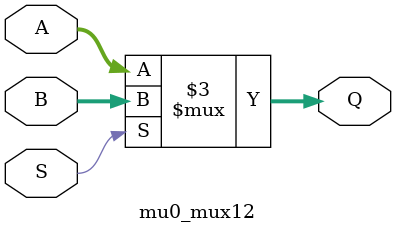
<source format=v>

`timescale 1ns/100ps

// for simulation purposes, do not delete
`default_nettype none

// module definition

module mu0_mux12(input  wire [11:0] A,
	             input  wire [11:0] B,
			     input  wire        S,
			     output reg  [11:0] Q);


// Combinatorial logic for 2to1 multiplexor
// S is select, A channel0, B channel1

always @ (A or B or S) begin
    if (S)
        Q = B;
    else
        Q = A;

end

endmodule

// for simulation purposes, do not delete
`default_nettype wire

</source>
